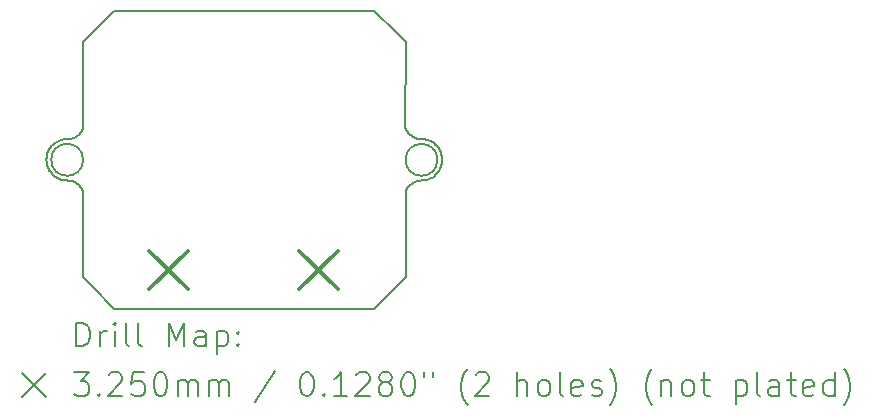
<source format=gbr>
%TF.GenerationSoftware,KiCad,Pcbnew,7.0.7*%
%TF.CreationDate,2023-10-04T16:56:19-06:00*%
%TF.ProjectId,GigE_Module,47696745-5f4d-46f6-9475-6c652e6b6963,rev?*%
%TF.SameCoordinates,Original*%
%TF.FileFunction,Drillmap*%
%TF.FilePolarity,Positive*%
%FSLAX45Y45*%
G04 Gerber Fmt 4.5, Leading zero omitted, Abs format (unit mm)*
G04 Created by KiCad (PCBNEW 7.0.7) date 2023-10-04 16:56:19*
%MOMM*%
%LPD*%
G01*
G04 APERTURE LIST*
%ADD10C,0.150000*%
%ADD11C,0.200000*%
%ADD12C,0.325000*%
G04 APERTURE END LIST*
D10*
X12996918Y-9678902D02*
X13006766Y-9680629D01*
X13041965Y-9312285D02*
X13032865Y-9316427D01*
X16007053Y-9330065D02*
X16016853Y-9332052D01*
X13101537Y-9748564D02*
X13106335Y-9757335D01*
X12986975Y-9677857D02*
X12996918Y-9678902D01*
X12810806Y-9556704D02*
X12814173Y-9566119D01*
X16054443Y-9345469D02*
X16063285Y-9350137D01*
X12967426Y-9677227D02*
X12976983Y-9677500D01*
X15844498Y-9241597D02*
X15848903Y-9250572D01*
X16152125Y-9507610D02*
X16151548Y-9517592D01*
X15986974Y-9677227D02*
X15977417Y-9677500D01*
X15928413Y-9686096D02*
X15919130Y-9689810D01*
X12827416Y-9592997D02*
X12832829Y-9601404D01*
X16079919Y-9644182D02*
X16071660Y-9649817D01*
X13113679Y-9232340D02*
X13112200Y-8507500D01*
X16151567Y-9487629D02*
X16152132Y-9497611D01*
X12947565Y-9674973D02*
X12957463Y-9676384D01*
X16126984Y-9592997D02*
X16121571Y-9601404D01*
X16140227Y-9566119D02*
X16136327Y-9575326D01*
X15840721Y-9232340D02*
X15844498Y-9241597D01*
X12858831Y-9373606D02*
X12851663Y-9380576D01*
X16102737Y-9380576D02*
X16109496Y-9387945D01*
X12851817Y-9624582D02*
X12858994Y-9631544D01*
X12814173Y-9566119D02*
X12818073Y-9575326D01*
X12927877Y-9334594D02*
X12918369Y-9337685D01*
X16121696Y-9403779D02*
X16127098Y-9412192D01*
X16026310Y-9670468D02*
X16016637Y-9672999D01*
X16095406Y-9631544D02*
X16087843Y-9638084D01*
X13023502Y-9319933D02*
X13013920Y-9322788D01*
X15957482Y-9678902D02*
X15947634Y-9680629D01*
X12803967Y-9477694D02*
X12802833Y-9487629D01*
X13074897Y-9289804D02*
X13067264Y-9296261D01*
X16150402Y-9527525D02*
X16148690Y-9537376D01*
X13096145Y-9740144D02*
X13101537Y-9748564D01*
X13100487Y-9259224D02*
X13094894Y-9267512D01*
X12947347Y-9330065D02*
X12937547Y-9332052D01*
X12928090Y-9670468D02*
X12937763Y-9672999D01*
X13025987Y-9686096D02*
X13035270Y-9689810D01*
X16088015Y-9367056D02*
X16095569Y-9373606D01*
X16006835Y-9674973D02*
X15996937Y-9676384D01*
X15940480Y-9322788D02*
X15950235Y-9324979D01*
X15870712Y-9724517D02*
X15864214Y-9732116D01*
X16127098Y-9412192D02*
X16132011Y-9420901D01*
X16136419Y-9429876D02*
X16140307Y-9439087D01*
X12807926Y-9458101D02*
X12805666Y-9467841D01*
X13090186Y-9732116D02*
X13096145Y-9740144D01*
X12818073Y-9575326D02*
X12822492Y-9584295D01*
X15848903Y-9250572D02*
X15853913Y-9259224D01*
X13105497Y-9250572D02*
X13100487Y-9259224D01*
X12900156Y-9659628D02*
X12909256Y-9663772D01*
X16080098Y-9360948D02*
X16088015Y-9367056D01*
X15967425Y-9677857D02*
X15957482Y-9678902D01*
X12874481Y-9644182D02*
X12882740Y-9649817D01*
X15842200Y-10497500D02*
X15767200Y-10572500D01*
X15895195Y-9302178D02*
X15903641Y-9307528D01*
X16115822Y-9395688D02*
X16121696Y-9403779D01*
X16115687Y-9609488D02*
X16109351Y-9617222D01*
X12937547Y-9332052D02*
X12927877Y-9334594D01*
X12984319Y-9327326D02*
X12977200Y-9327500D01*
X16146474Y-9458101D02*
X16148734Y-9467841D01*
X15872331Y-9282838D02*
X15879503Y-9289804D01*
X16109496Y-9387945D02*
X16115822Y-9395688D01*
X12957243Y-9328642D02*
X12947347Y-9330065D01*
X15853913Y-9259224D02*
X15859506Y-9267512D01*
X15910125Y-9694154D02*
X15901441Y-9699109D01*
X12805710Y-9537376D02*
X12807982Y-9547113D01*
X13187200Y-10572500D02*
X13377200Y-10762500D01*
X13052959Y-9699109D02*
X13061281Y-9704650D01*
X16140307Y-9439087D02*
X16143662Y-9448506D01*
X15852863Y-9748564D02*
X15848065Y-9757335D01*
X13076682Y-9717385D02*
X13083688Y-9724517D01*
X12899957Y-9345469D02*
X12891115Y-9350137D01*
X13377200Y-8242500D02*
X15397200Y-8242500D01*
X15977417Y-9677500D02*
X15977417Y-9677500D01*
X16132011Y-9420901D02*
X16136419Y-9429876D01*
X16045348Y-9341314D02*
X16054443Y-9345469D01*
X15879503Y-9289804D02*
X15887136Y-9296261D01*
X13013920Y-9322788D02*
X13004165Y-9324979D01*
X12891115Y-9350137D02*
X12882554Y-9355302D01*
X16016637Y-9672999D02*
X16006835Y-9674973D01*
X12858994Y-9631544D02*
X12866557Y-9638084D01*
X13032865Y-9316427D02*
X13023502Y-9319933D01*
X12802833Y-9487629D02*
X12802268Y-9497611D01*
X15842200Y-8507500D02*
X15767200Y-8432500D01*
X15877718Y-9717385D02*
X15870712Y-9724517D01*
X12967205Y-9327786D02*
X12957243Y-9328642D01*
X16148690Y-9537376D02*
X16146418Y-9547113D01*
X16148734Y-9467841D02*
X16150433Y-9477694D01*
X12838713Y-9609488D02*
X12845049Y-9617222D01*
X16109351Y-9617222D02*
X16102583Y-9624582D01*
X13110518Y-9766416D02*
X13112200Y-10497500D01*
X16136327Y-9575326D02*
X16131908Y-9584295D01*
X12807982Y-9547113D02*
X12810806Y-9556704D01*
X15919130Y-9689810D02*
X15910125Y-9694154D01*
X15864214Y-9732116D02*
X15858255Y-9740144D01*
X15977200Y-9327500D02*
X15987195Y-9327786D01*
X13016471Y-9683031D02*
X13025987Y-9686096D01*
X15930898Y-9319933D02*
X15940480Y-9322788D01*
X15996937Y-9676384D02*
X15986974Y-9677227D01*
X16095569Y-9373606D02*
X16102737Y-9380576D01*
X12805666Y-9467841D02*
X12803967Y-9477694D01*
X16121571Y-9601404D02*
X16115687Y-9609488D01*
X13004165Y-9324979D02*
X12994283Y-9326493D01*
X16063092Y-9654972D02*
X16054244Y-9659628D01*
X15767200Y-10572500D02*
X15577200Y-10762500D01*
X15960117Y-9326493D02*
X15970081Y-9327326D01*
X12866385Y-9367056D02*
X12858831Y-9373606D01*
X15840721Y-9232340D02*
X15842200Y-8507500D01*
X15885199Y-9710752D02*
X15877718Y-9717385D01*
X16146418Y-9547113D02*
X16143594Y-9556704D01*
X13044275Y-9694154D02*
X13052959Y-9699109D01*
X15901441Y-9699109D02*
X15893119Y-9704650D01*
X15997156Y-9328642D02*
X16007053Y-9330065D01*
X12909052Y-9341314D02*
X12899957Y-9345469D01*
X15893119Y-9704650D02*
X15885199Y-9710752D01*
X15912435Y-9312285D02*
X15921535Y-9316427D01*
X15977417Y-9677500D02*
X15967425Y-9677857D01*
X12803998Y-9527525D02*
X12805710Y-9537376D01*
X15767200Y-8432500D02*
X15577200Y-8242500D01*
X12802852Y-9517592D02*
X12803998Y-9527525D01*
X16102583Y-9624582D02*
X16095406Y-9631544D01*
X16036031Y-9337685D02*
X16045348Y-9341314D01*
X16035823Y-9667389D02*
X16026310Y-9670468D01*
X12810738Y-9448506D02*
X12807926Y-9458101D01*
X15887136Y-9296261D02*
X15895195Y-9302178D01*
X15970081Y-9327326D02*
X15977200Y-9327500D01*
X15921535Y-9316427D02*
X15930898Y-9319933D01*
X16131908Y-9584295D02*
X16126984Y-9592997D01*
X12814093Y-9439087D02*
X12810738Y-9448506D01*
X12845049Y-9617222D02*
X12851817Y-9624582D01*
X13082069Y-9282838D02*
X13074897Y-9289804D01*
X13113679Y-9232340D02*
X13109902Y-9241597D01*
X12957463Y-9676384D02*
X12967426Y-9677227D01*
X13059205Y-9302178D02*
X13050759Y-9307528D01*
X15577200Y-10762500D02*
X13377200Y-10762500D01*
X16063285Y-9350137D02*
X16071846Y-9355302D01*
X12891308Y-9654972D02*
X12900156Y-9659628D01*
X16071660Y-9649817D02*
X16063092Y-9654972D01*
X16151548Y-9517592D02*
X16150402Y-9527525D01*
D11*
X13112200Y-9502500D02*
G75*
G03*
X13112200Y-9502500I-135000J0D01*
G01*
D10*
X12832829Y-9601404D02*
X12838713Y-9609488D01*
X12822492Y-9584295D02*
X12827416Y-9592997D01*
X13109902Y-9241597D02*
X13105497Y-9250572D01*
X13050759Y-9307528D02*
X13041965Y-9312285D01*
X13067264Y-9296261D02*
X13059205Y-9302178D01*
X16054244Y-9659628D02*
X16045144Y-9663772D01*
X15865655Y-9275395D02*
X15872331Y-9282838D01*
X13112200Y-10497500D02*
X13187200Y-10572500D01*
X13187200Y-8432500D02*
X13377200Y-8242500D01*
X16071846Y-9355302D02*
X16080098Y-9360948D01*
X12937763Y-9672999D02*
X12947565Y-9674973D01*
X12994283Y-9326493D02*
X12984319Y-9327326D01*
X12802275Y-9507610D02*
X12802852Y-9517592D01*
X16143662Y-9448506D02*
X16146474Y-9458101D01*
X15903641Y-9307528D02*
X15912435Y-9312285D01*
X12882740Y-9649817D02*
X12891308Y-9654972D01*
X12909256Y-9663772D02*
X12918577Y-9667389D01*
X16087843Y-9638084D02*
X16079919Y-9644182D01*
X12976983Y-9677500D02*
X12986975Y-9677857D01*
X13006766Y-9680629D02*
X13016471Y-9683031D01*
X15859506Y-9267512D02*
X15865655Y-9275395D01*
X16016853Y-9332052D02*
X16026522Y-9334594D01*
X12827301Y-9412192D02*
X12822389Y-9420901D01*
X15947634Y-9680629D02*
X15937929Y-9683031D01*
X12918369Y-9337685D02*
X12909052Y-9341314D01*
X16045144Y-9663772D02*
X16035823Y-9667389D01*
X13112200Y-8507500D02*
X13187200Y-8432500D01*
X12851663Y-9380576D02*
X12844904Y-9387945D01*
X15937929Y-9683031D02*
X15928413Y-9686096D01*
X12874302Y-9360948D02*
X12866385Y-9367056D01*
X13061281Y-9704650D02*
X13069201Y-9710752D01*
X12918577Y-9667389D02*
X12928090Y-9670468D01*
X15577200Y-8242500D02*
X15397200Y-8242500D01*
X15858255Y-9740144D02*
X15852863Y-9748564D01*
X13094894Y-9267512D02*
X13088745Y-9275395D01*
X12977200Y-9327500D02*
X12967205Y-9327786D01*
X12882554Y-9355302D02*
X12874302Y-9360948D01*
X16150433Y-9477694D02*
X16151567Y-9487629D01*
X13106335Y-9757335D02*
X13110518Y-9766416D01*
X13035270Y-9689810D02*
X13044275Y-9694154D01*
X12802268Y-9497611D02*
X12802275Y-9507610D01*
X16026522Y-9334594D02*
X16036031Y-9337685D01*
X13088745Y-9275395D02*
X13082069Y-9282838D01*
X15950235Y-9324979D02*
X15960117Y-9326493D01*
X16143594Y-9556704D02*
X16140227Y-9566119D01*
X15843882Y-9766416D02*
X15842200Y-10497500D01*
X12832704Y-9403779D02*
X12827301Y-9412192D01*
X12866557Y-9638084D02*
X12874481Y-9644182D01*
X12844904Y-9387945D02*
X12838578Y-9395688D01*
X16152132Y-9497611D02*
X16152125Y-9507610D01*
D11*
X16112200Y-9502500D02*
G75*
G03*
X16112200Y-9502500I-135000J0D01*
G01*
D10*
X12838578Y-9395688D02*
X12832704Y-9403779D01*
X15987195Y-9327786D02*
X15997156Y-9328642D01*
X12817981Y-9429876D02*
X12814093Y-9439087D01*
X12822389Y-9420901D02*
X12817981Y-9429876D01*
X15848065Y-9757335D02*
X15843882Y-9766416D01*
X13069201Y-9710752D02*
X13076682Y-9717385D01*
X13083688Y-9724517D02*
X13090186Y-9732116D01*
D11*
D12*
X13673500Y-10272500D02*
X13998500Y-10597500D01*
X13998500Y-10272500D02*
X13673500Y-10597500D01*
X14943500Y-10272500D02*
X15268500Y-10597500D01*
X15268500Y-10272500D02*
X14943500Y-10597500D01*
D11*
X13055545Y-11081484D02*
X13055545Y-10881484D01*
X13055545Y-10881484D02*
X13103164Y-10881484D01*
X13103164Y-10881484D02*
X13131736Y-10891008D01*
X13131736Y-10891008D02*
X13150783Y-10910055D01*
X13150783Y-10910055D02*
X13160307Y-10929103D01*
X13160307Y-10929103D02*
X13169831Y-10967198D01*
X13169831Y-10967198D02*
X13169831Y-10995770D01*
X13169831Y-10995770D02*
X13160307Y-11033865D01*
X13160307Y-11033865D02*
X13150783Y-11052912D01*
X13150783Y-11052912D02*
X13131736Y-11071960D01*
X13131736Y-11071960D02*
X13103164Y-11081484D01*
X13103164Y-11081484D02*
X13055545Y-11081484D01*
X13255545Y-11081484D02*
X13255545Y-10948150D01*
X13255545Y-10986246D02*
X13265069Y-10967198D01*
X13265069Y-10967198D02*
X13274593Y-10957674D01*
X13274593Y-10957674D02*
X13293640Y-10948150D01*
X13293640Y-10948150D02*
X13312688Y-10948150D01*
X13379355Y-11081484D02*
X13379355Y-10948150D01*
X13379355Y-10881484D02*
X13369831Y-10891008D01*
X13369831Y-10891008D02*
X13379355Y-10900531D01*
X13379355Y-10900531D02*
X13388878Y-10891008D01*
X13388878Y-10891008D02*
X13379355Y-10881484D01*
X13379355Y-10881484D02*
X13379355Y-10900531D01*
X13503164Y-11081484D02*
X13484116Y-11071960D01*
X13484116Y-11071960D02*
X13474593Y-11052912D01*
X13474593Y-11052912D02*
X13474593Y-10881484D01*
X13607926Y-11081484D02*
X13588878Y-11071960D01*
X13588878Y-11071960D02*
X13579355Y-11052912D01*
X13579355Y-11052912D02*
X13579355Y-10881484D01*
X13836497Y-11081484D02*
X13836497Y-10881484D01*
X13836497Y-10881484D02*
X13903164Y-11024341D01*
X13903164Y-11024341D02*
X13969831Y-10881484D01*
X13969831Y-10881484D02*
X13969831Y-11081484D01*
X14150783Y-11081484D02*
X14150783Y-10976722D01*
X14150783Y-10976722D02*
X14141259Y-10957674D01*
X14141259Y-10957674D02*
X14122212Y-10948150D01*
X14122212Y-10948150D02*
X14084116Y-10948150D01*
X14084116Y-10948150D02*
X14065069Y-10957674D01*
X14150783Y-11071960D02*
X14131736Y-11081484D01*
X14131736Y-11081484D02*
X14084116Y-11081484D01*
X14084116Y-11081484D02*
X14065069Y-11071960D01*
X14065069Y-11071960D02*
X14055545Y-11052912D01*
X14055545Y-11052912D02*
X14055545Y-11033865D01*
X14055545Y-11033865D02*
X14065069Y-11014817D01*
X14065069Y-11014817D02*
X14084116Y-11005293D01*
X14084116Y-11005293D02*
X14131736Y-11005293D01*
X14131736Y-11005293D02*
X14150783Y-10995770D01*
X14246021Y-10948150D02*
X14246021Y-11148150D01*
X14246021Y-10957674D02*
X14265069Y-10948150D01*
X14265069Y-10948150D02*
X14303164Y-10948150D01*
X14303164Y-10948150D02*
X14322212Y-10957674D01*
X14322212Y-10957674D02*
X14331736Y-10967198D01*
X14331736Y-10967198D02*
X14341259Y-10986246D01*
X14341259Y-10986246D02*
X14341259Y-11043389D01*
X14341259Y-11043389D02*
X14331736Y-11062436D01*
X14331736Y-11062436D02*
X14322212Y-11071960D01*
X14322212Y-11071960D02*
X14303164Y-11081484D01*
X14303164Y-11081484D02*
X14265069Y-11081484D01*
X14265069Y-11081484D02*
X14246021Y-11071960D01*
X14426974Y-11062436D02*
X14436497Y-11071960D01*
X14436497Y-11071960D02*
X14426974Y-11081484D01*
X14426974Y-11081484D02*
X14417450Y-11071960D01*
X14417450Y-11071960D02*
X14426974Y-11062436D01*
X14426974Y-11062436D02*
X14426974Y-11081484D01*
X14426974Y-10957674D02*
X14436497Y-10967198D01*
X14436497Y-10967198D02*
X14426974Y-10976722D01*
X14426974Y-10976722D02*
X14417450Y-10967198D01*
X14417450Y-10967198D02*
X14426974Y-10957674D01*
X14426974Y-10957674D02*
X14426974Y-10976722D01*
X12594768Y-11310000D02*
X12794768Y-11510000D01*
X12794768Y-11310000D02*
X12594768Y-11510000D01*
X13036497Y-11301484D02*
X13160307Y-11301484D01*
X13160307Y-11301484D02*
X13093640Y-11377674D01*
X13093640Y-11377674D02*
X13122212Y-11377674D01*
X13122212Y-11377674D02*
X13141259Y-11387198D01*
X13141259Y-11387198D02*
X13150783Y-11396722D01*
X13150783Y-11396722D02*
X13160307Y-11415769D01*
X13160307Y-11415769D02*
X13160307Y-11463388D01*
X13160307Y-11463388D02*
X13150783Y-11482436D01*
X13150783Y-11482436D02*
X13141259Y-11491960D01*
X13141259Y-11491960D02*
X13122212Y-11501484D01*
X13122212Y-11501484D02*
X13065069Y-11501484D01*
X13065069Y-11501484D02*
X13046021Y-11491960D01*
X13046021Y-11491960D02*
X13036497Y-11482436D01*
X13246021Y-11482436D02*
X13255545Y-11491960D01*
X13255545Y-11491960D02*
X13246021Y-11501484D01*
X13246021Y-11501484D02*
X13236497Y-11491960D01*
X13236497Y-11491960D02*
X13246021Y-11482436D01*
X13246021Y-11482436D02*
X13246021Y-11501484D01*
X13331736Y-11320531D02*
X13341259Y-11311008D01*
X13341259Y-11311008D02*
X13360307Y-11301484D01*
X13360307Y-11301484D02*
X13407926Y-11301484D01*
X13407926Y-11301484D02*
X13426974Y-11311008D01*
X13426974Y-11311008D02*
X13436497Y-11320531D01*
X13436497Y-11320531D02*
X13446021Y-11339579D01*
X13446021Y-11339579D02*
X13446021Y-11358627D01*
X13446021Y-11358627D02*
X13436497Y-11387198D01*
X13436497Y-11387198D02*
X13322212Y-11501484D01*
X13322212Y-11501484D02*
X13446021Y-11501484D01*
X13626974Y-11301484D02*
X13531736Y-11301484D01*
X13531736Y-11301484D02*
X13522212Y-11396722D01*
X13522212Y-11396722D02*
X13531736Y-11387198D01*
X13531736Y-11387198D02*
X13550783Y-11377674D01*
X13550783Y-11377674D02*
X13598402Y-11377674D01*
X13598402Y-11377674D02*
X13617450Y-11387198D01*
X13617450Y-11387198D02*
X13626974Y-11396722D01*
X13626974Y-11396722D02*
X13636497Y-11415769D01*
X13636497Y-11415769D02*
X13636497Y-11463388D01*
X13636497Y-11463388D02*
X13626974Y-11482436D01*
X13626974Y-11482436D02*
X13617450Y-11491960D01*
X13617450Y-11491960D02*
X13598402Y-11501484D01*
X13598402Y-11501484D02*
X13550783Y-11501484D01*
X13550783Y-11501484D02*
X13531736Y-11491960D01*
X13531736Y-11491960D02*
X13522212Y-11482436D01*
X13760307Y-11301484D02*
X13779355Y-11301484D01*
X13779355Y-11301484D02*
X13798402Y-11311008D01*
X13798402Y-11311008D02*
X13807926Y-11320531D01*
X13807926Y-11320531D02*
X13817450Y-11339579D01*
X13817450Y-11339579D02*
X13826974Y-11377674D01*
X13826974Y-11377674D02*
X13826974Y-11425293D01*
X13826974Y-11425293D02*
X13817450Y-11463388D01*
X13817450Y-11463388D02*
X13807926Y-11482436D01*
X13807926Y-11482436D02*
X13798402Y-11491960D01*
X13798402Y-11491960D02*
X13779355Y-11501484D01*
X13779355Y-11501484D02*
X13760307Y-11501484D01*
X13760307Y-11501484D02*
X13741259Y-11491960D01*
X13741259Y-11491960D02*
X13731736Y-11482436D01*
X13731736Y-11482436D02*
X13722212Y-11463388D01*
X13722212Y-11463388D02*
X13712688Y-11425293D01*
X13712688Y-11425293D02*
X13712688Y-11377674D01*
X13712688Y-11377674D02*
X13722212Y-11339579D01*
X13722212Y-11339579D02*
X13731736Y-11320531D01*
X13731736Y-11320531D02*
X13741259Y-11311008D01*
X13741259Y-11311008D02*
X13760307Y-11301484D01*
X13912688Y-11501484D02*
X13912688Y-11368150D01*
X13912688Y-11387198D02*
X13922212Y-11377674D01*
X13922212Y-11377674D02*
X13941259Y-11368150D01*
X13941259Y-11368150D02*
X13969831Y-11368150D01*
X13969831Y-11368150D02*
X13988878Y-11377674D01*
X13988878Y-11377674D02*
X13998402Y-11396722D01*
X13998402Y-11396722D02*
X13998402Y-11501484D01*
X13998402Y-11396722D02*
X14007926Y-11377674D01*
X14007926Y-11377674D02*
X14026974Y-11368150D01*
X14026974Y-11368150D02*
X14055545Y-11368150D01*
X14055545Y-11368150D02*
X14074593Y-11377674D01*
X14074593Y-11377674D02*
X14084117Y-11396722D01*
X14084117Y-11396722D02*
X14084117Y-11501484D01*
X14179355Y-11501484D02*
X14179355Y-11368150D01*
X14179355Y-11387198D02*
X14188878Y-11377674D01*
X14188878Y-11377674D02*
X14207926Y-11368150D01*
X14207926Y-11368150D02*
X14236498Y-11368150D01*
X14236498Y-11368150D02*
X14255545Y-11377674D01*
X14255545Y-11377674D02*
X14265069Y-11396722D01*
X14265069Y-11396722D02*
X14265069Y-11501484D01*
X14265069Y-11396722D02*
X14274593Y-11377674D01*
X14274593Y-11377674D02*
X14293640Y-11368150D01*
X14293640Y-11368150D02*
X14322212Y-11368150D01*
X14322212Y-11368150D02*
X14341259Y-11377674D01*
X14341259Y-11377674D02*
X14350783Y-11396722D01*
X14350783Y-11396722D02*
X14350783Y-11501484D01*
X14741259Y-11291960D02*
X14569831Y-11549103D01*
X14998402Y-11301484D02*
X15017450Y-11301484D01*
X15017450Y-11301484D02*
X15036498Y-11311008D01*
X15036498Y-11311008D02*
X15046021Y-11320531D01*
X15046021Y-11320531D02*
X15055545Y-11339579D01*
X15055545Y-11339579D02*
X15065069Y-11377674D01*
X15065069Y-11377674D02*
X15065069Y-11425293D01*
X15065069Y-11425293D02*
X15055545Y-11463388D01*
X15055545Y-11463388D02*
X15046021Y-11482436D01*
X15046021Y-11482436D02*
X15036498Y-11491960D01*
X15036498Y-11491960D02*
X15017450Y-11501484D01*
X15017450Y-11501484D02*
X14998402Y-11501484D01*
X14998402Y-11501484D02*
X14979355Y-11491960D01*
X14979355Y-11491960D02*
X14969831Y-11482436D01*
X14969831Y-11482436D02*
X14960307Y-11463388D01*
X14960307Y-11463388D02*
X14950783Y-11425293D01*
X14950783Y-11425293D02*
X14950783Y-11377674D01*
X14950783Y-11377674D02*
X14960307Y-11339579D01*
X14960307Y-11339579D02*
X14969831Y-11320531D01*
X14969831Y-11320531D02*
X14979355Y-11311008D01*
X14979355Y-11311008D02*
X14998402Y-11301484D01*
X15150783Y-11482436D02*
X15160307Y-11491960D01*
X15160307Y-11491960D02*
X15150783Y-11501484D01*
X15150783Y-11501484D02*
X15141260Y-11491960D01*
X15141260Y-11491960D02*
X15150783Y-11482436D01*
X15150783Y-11482436D02*
X15150783Y-11501484D01*
X15350783Y-11501484D02*
X15236498Y-11501484D01*
X15293640Y-11501484D02*
X15293640Y-11301484D01*
X15293640Y-11301484D02*
X15274593Y-11330055D01*
X15274593Y-11330055D02*
X15255545Y-11349103D01*
X15255545Y-11349103D02*
X15236498Y-11358627D01*
X15426974Y-11320531D02*
X15436498Y-11311008D01*
X15436498Y-11311008D02*
X15455545Y-11301484D01*
X15455545Y-11301484D02*
X15503164Y-11301484D01*
X15503164Y-11301484D02*
X15522212Y-11311008D01*
X15522212Y-11311008D02*
X15531736Y-11320531D01*
X15531736Y-11320531D02*
X15541260Y-11339579D01*
X15541260Y-11339579D02*
X15541260Y-11358627D01*
X15541260Y-11358627D02*
X15531736Y-11387198D01*
X15531736Y-11387198D02*
X15417450Y-11501484D01*
X15417450Y-11501484D02*
X15541260Y-11501484D01*
X15655545Y-11387198D02*
X15636498Y-11377674D01*
X15636498Y-11377674D02*
X15626974Y-11368150D01*
X15626974Y-11368150D02*
X15617450Y-11349103D01*
X15617450Y-11349103D02*
X15617450Y-11339579D01*
X15617450Y-11339579D02*
X15626974Y-11320531D01*
X15626974Y-11320531D02*
X15636498Y-11311008D01*
X15636498Y-11311008D02*
X15655545Y-11301484D01*
X15655545Y-11301484D02*
X15693641Y-11301484D01*
X15693641Y-11301484D02*
X15712688Y-11311008D01*
X15712688Y-11311008D02*
X15722212Y-11320531D01*
X15722212Y-11320531D02*
X15731736Y-11339579D01*
X15731736Y-11339579D02*
X15731736Y-11349103D01*
X15731736Y-11349103D02*
X15722212Y-11368150D01*
X15722212Y-11368150D02*
X15712688Y-11377674D01*
X15712688Y-11377674D02*
X15693641Y-11387198D01*
X15693641Y-11387198D02*
X15655545Y-11387198D01*
X15655545Y-11387198D02*
X15636498Y-11396722D01*
X15636498Y-11396722D02*
X15626974Y-11406246D01*
X15626974Y-11406246D02*
X15617450Y-11425293D01*
X15617450Y-11425293D02*
X15617450Y-11463388D01*
X15617450Y-11463388D02*
X15626974Y-11482436D01*
X15626974Y-11482436D02*
X15636498Y-11491960D01*
X15636498Y-11491960D02*
X15655545Y-11501484D01*
X15655545Y-11501484D02*
X15693641Y-11501484D01*
X15693641Y-11501484D02*
X15712688Y-11491960D01*
X15712688Y-11491960D02*
X15722212Y-11482436D01*
X15722212Y-11482436D02*
X15731736Y-11463388D01*
X15731736Y-11463388D02*
X15731736Y-11425293D01*
X15731736Y-11425293D02*
X15722212Y-11406246D01*
X15722212Y-11406246D02*
X15712688Y-11396722D01*
X15712688Y-11396722D02*
X15693641Y-11387198D01*
X15855545Y-11301484D02*
X15874593Y-11301484D01*
X15874593Y-11301484D02*
X15893641Y-11311008D01*
X15893641Y-11311008D02*
X15903164Y-11320531D01*
X15903164Y-11320531D02*
X15912688Y-11339579D01*
X15912688Y-11339579D02*
X15922212Y-11377674D01*
X15922212Y-11377674D02*
X15922212Y-11425293D01*
X15922212Y-11425293D02*
X15912688Y-11463388D01*
X15912688Y-11463388D02*
X15903164Y-11482436D01*
X15903164Y-11482436D02*
X15893641Y-11491960D01*
X15893641Y-11491960D02*
X15874593Y-11501484D01*
X15874593Y-11501484D02*
X15855545Y-11501484D01*
X15855545Y-11501484D02*
X15836498Y-11491960D01*
X15836498Y-11491960D02*
X15826974Y-11482436D01*
X15826974Y-11482436D02*
X15817450Y-11463388D01*
X15817450Y-11463388D02*
X15807926Y-11425293D01*
X15807926Y-11425293D02*
X15807926Y-11377674D01*
X15807926Y-11377674D02*
X15817450Y-11339579D01*
X15817450Y-11339579D02*
X15826974Y-11320531D01*
X15826974Y-11320531D02*
X15836498Y-11311008D01*
X15836498Y-11311008D02*
X15855545Y-11301484D01*
X15998402Y-11301484D02*
X15998402Y-11339579D01*
X16074593Y-11301484D02*
X16074593Y-11339579D01*
X16369831Y-11577674D02*
X16360307Y-11568150D01*
X16360307Y-11568150D02*
X16341260Y-11539579D01*
X16341260Y-11539579D02*
X16331736Y-11520531D01*
X16331736Y-11520531D02*
X16322212Y-11491960D01*
X16322212Y-11491960D02*
X16312688Y-11444341D01*
X16312688Y-11444341D02*
X16312688Y-11406246D01*
X16312688Y-11406246D02*
X16322212Y-11358627D01*
X16322212Y-11358627D02*
X16331736Y-11330055D01*
X16331736Y-11330055D02*
X16341260Y-11311008D01*
X16341260Y-11311008D02*
X16360307Y-11282436D01*
X16360307Y-11282436D02*
X16369831Y-11272912D01*
X16436498Y-11320531D02*
X16446022Y-11311008D01*
X16446022Y-11311008D02*
X16465069Y-11301484D01*
X16465069Y-11301484D02*
X16512688Y-11301484D01*
X16512688Y-11301484D02*
X16531736Y-11311008D01*
X16531736Y-11311008D02*
X16541260Y-11320531D01*
X16541260Y-11320531D02*
X16550783Y-11339579D01*
X16550783Y-11339579D02*
X16550783Y-11358627D01*
X16550783Y-11358627D02*
X16541260Y-11387198D01*
X16541260Y-11387198D02*
X16426974Y-11501484D01*
X16426974Y-11501484D02*
X16550783Y-11501484D01*
X16788879Y-11501484D02*
X16788879Y-11301484D01*
X16874593Y-11501484D02*
X16874593Y-11396722D01*
X16874593Y-11396722D02*
X16865069Y-11377674D01*
X16865069Y-11377674D02*
X16846022Y-11368150D01*
X16846022Y-11368150D02*
X16817450Y-11368150D01*
X16817450Y-11368150D02*
X16798403Y-11377674D01*
X16798403Y-11377674D02*
X16788879Y-11387198D01*
X16998403Y-11501484D02*
X16979355Y-11491960D01*
X16979355Y-11491960D02*
X16969831Y-11482436D01*
X16969831Y-11482436D02*
X16960307Y-11463388D01*
X16960307Y-11463388D02*
X16960307Y-11406246D01*
X16960307Y-11406246D02*
X16969831Y-11387198D01*
X16969831Y-11387198D02*
X16979355Y-11377674D01*
X16979355Y-11377674D02*
X16998403Y-11368150D01*
X16998403Y-11368150D02*
X17026974Y-11368150D01*
X17026974Y-11368150D02*
X17046022Y-11377674D01*
X17046022Y-11377674D02*
X17055546Y-11387198D01*
X17055546Y-11387198D02*
X17065069Y-11406246D01*
X17065069Y-11406246D02*
X17065069Y-11463388D01*
X17065069Y-11463388D02*
X17055546Y-11482436D01*
X17055546Y-11482436D02*
X17046022Y-11491960D01*
X17046022Y-11491960D02*
X17026974Y-11501484D01*
X17026974Y-11501484D02*
X16998403Y-11501484D01*
X17179355Y-11501484D02*
X17160307Y-11491960D01*
X17160307Y-11491960D02*
X17150784Y-11472912D01*
X17150784Y-11472912D02*
X17150784Y-11301484D01*
X17331736Y-11491960D02*
X17312688Y-11501484D01*
X17312688Y-11501484D02*
X17274593Y-11501484D01*
X17274593Y-11501484D02*
X17255546Y-11491960D01*
X17255546Y-11491960D02*
X17246022Y-11472912D01*
X17246022Y-11472912D02*
X17246022Y-11396722D01*
X17246022Y-11396722D02*
X17255546Y-11377674D01*
X17255546Y-11377674D02*
X17274593Y-11368150D01*
X17274593Y-11368150D02*
X17312688Y-11368150D01*
X17312688Y-11368150D02*
X17331736Y-11377674D01*
X17331736Y-11377674D02*
X17341260Y-11396722D01*
X17341260Y-11396722D02*
X17341260Y-11415769D01*
X17341260Y-11415769D02*
X17246022Y-11434817D01*
X17417450Y-11491960D02*
X17436498Y-11501484D01*
X17436498Y-11501484D02*
X17474593Y-11501484D01*
X17474593Y-11501484D02*
X17493641Y-11491960D01*
X17493641Y-11491960D02*
X17503165Y-11472912D01*
X17503165Y-11472912D02*
X17503165Y-11463388D01*
X17503165Y-11463388D02*
X17493641Y-11444341D01*
X17493641Y-11444341D02*
X17474593Y-11434817D01*
X17474593Y-11434817D02*
X17446022Y-11434817D01*
X17446022Y-11434817D02*
X17426974Y-11425293D01*
X17426974Y-11425293D02*
X17417450Y-11406246D01*
X17417450Y-11406246D02*
X17417450Y-11396722D01*
X17417450Y-11396722D02*
X17426974Y-11377674D01*
X17426974Y-11377674D02*
X17446022Y-11368150D01*
X17446022Y-11368150D02*
X17474593Y-11368150D01*
X17474593Y-11368150D02*
X17493641Y-11377674D01*
X17569831Y-11577674D02*
X17579355Y-11568150D01*
X17579355Y-11568150D02*
X17598403Y-11539579D01*
X17598403Y-11539579D02*
X17607927Y-11520531D01*
X17607927Y-11520531D02*
X17617450Y-11491960D01*
X17617450Y-11491960D02*
X17626974Y-11444341D01*
X17626974Y-11444341D02*
X17626974Y-11406246D01*
X17626974Y-11406246D02*
X17617450Y-11358627D01*
X17617450Y-11358627D02*
X17607927Y-11330055D01*
X17607927Y-11330055D02*
X17598403Y-11311008D01*
X17598403Y-11311008D02*
X17579355Y-11282436D01*
X17579355Y-11282436D02*
X17569831Y-11272912D01*
X17931736Y-11577674D02*
X17922212Y-11568150D01*
X17922212Y-11568150D02*
X17903165Y-11539579D01*
X17903165Y-11539579D02*
X17893641Y-11520531D01*
X17893641Y-11520531D02*
X17884117Y-11491960D01*
X17884117Y-11491960D02*
X17874593Y-11444341D01*
X17874593Y-11444341D02*
X17874593Y-11406246D01*
X17874593Y-11406246D02*
X17884117Y-11358627D01*
X17884117Y-11358627D02*
X17893641Y-11330055D01*
X17893641Y-11330055D02*
X17903165Y-11311008D01*
X17903165Y-11311008D02*
X17922212Y-11282436D01*
X17922212Y-11282436D02*
X17931736Y-11272912D01*
X18007927Y-11368150D02*
X18007927Y-11501484D01*
X18007927Y-11387198D02*
X18017450Y-11377674D01*
X18017450Y-11377674D02*
X18036498Y-11368150D01*
X18036498Y-11368150D02*
X18065069Y-11368150D01*
X18065069Y-11368150D02*
X18084117Y-11377674D01*
X18084117Y-11377674D02*
X18093641Y-11396722D01*
X18093641Y-11396722D02*
X18093641Y-11501484D01*
X18217450Y-11501484D02*
X18198403Y-11491960D01*
X18198403Y-11491960D02*
X18188879Y-11482436D01*
X18188879Y-11482436D02*
X18179355Y-11463388D01*
X18179355Y-11463388D02*
X18179355Y-11406246D01*
X18179355Y-11406246D02*
X18188879Y-11387198D01*
X18188879Y-11387198D02*
X18198403Y-11377674D01*
X18198403Y-11377674D02*
X18217450Y-11368150D01*
X18217450Y-11368150D02*
X18246022Y-11368150D01*
X18246022Y-11368150D02*
X18265069Y-11377674D01*
X18265069Y-11377674D02*
X18274593Y-11387198D01*
X18274593Y-11387198D02*
X18284117Y-11406246D01*
X18284117Y-11406246D02*
X18284117Y-11463388D01*
X18284117Y-11463388D02*
X18274593Y-11482436D01*
X18274593Y-11482436D02*
X18265069Y-11491960D01*
X18265069Y-11491960D02*
X18246022Y-11501484D01*
X18246022Y-11501484D02*
X18217450Y-11501484D01*
X18341260Y-11368150D02*
X18417450Y-11368150D01*
X18369831Y-11301484D02*
X18369831Y-11472912D01*
X18369831Y-11472912D02*
X18379355Y-11491960D01*
X18379355Y-11491960D02*
X18398403Y-11501484D01*
X18398403Y-11501484D02*
X18417450Y-11501484D01*
X18636498Y-11368150D02*
X18636498Y-11568150D01*
X18636498Y-11377674D02*
X18655546Y-11368150D01*
X18655546Y-11368150D02*
X18693641Y-11368150D01*
X18693641Y-11368150D02*
X18712689Y-11377674D01*
X18712689Y-11377674D02*
X18722212Y-11387198D01*
X18722212Y-11387198D02*
X18731736Y-11406246D01*
X18731736Y-11406246D02*
X18731736Y-11463388D01*
X18731736Y-11463388D02*
X18722212Y-11482436D01*
X18722212Y-11482436D02*
X18712689Y-11491960D01*
X18712689Y-11491960D02*
X18693641Y-11501484D01*
X18693641Y-11501484D02*
X18655546Y-11501484D01*
X18655546Y-11501484D02*
X18636498Y-11491960D01*
X18846022Y-11501484D02*
X18826974Y-11491960D01*
X18826974Y-11491960D02*
X18817450Y-11472912D01*
X18817450Y-11472912D02*
X18817450Y-11301484D01*
X19007927Y-11501484D02*
X19007927Y-11396722D01*
X19007927Y-11396722D02*
X18998403Y-11377674D01*
X18998403Y-11377674D02*
X18979355Y-11368150D01*
X18979355Y-11368150D02*
X18941260Y-11368150D01*
X18941260Y-11368150D02*
X18922212Y-11377674D01*
X19007927Y-11491960D02*
X18988879Y-11501484D01*
X18988879Y-11501484D02*
X18941260Y-11501484D01*
X18941260Y-11501484D02*
X18922212Y-11491960D01*
X18922212Y-11491960D02*
X18912689Y-11472912D01*
X18912689Y-11472912D02*
X18912689Y-11453865D01*
X18912689Y-11453865D02*
X18922212Y-11434817D01*
X18922212Y-11434817D02*
X18941260Y-11425293D01*
X18941260Y-11425293D02*
X18988879Y-11425293D01*
X18988879Y-11425293D02*
X19007927Y-11415769D01*
X19074593Y-11368150D02*
X19150784Y-11368150D01*
X19103165Y-11301484D02*
X19103165Y-11472912D01*
X19103165Y-11472912D02*
X19112689Y-11491960D01*
X19112689Y-11491960D02*
X19131736Y-11501484D01*
X19131736Y-11501484D02*
X19150784Y-11501484D01*
X19293641Y-11491960D02*
X19274593Y-11501484D01*
X19274593Y-11501484D02*
X19236498Y-11501484D01*
X19236498Y-11501484D02*
X19217450Y-11491960D01*
X19217450Y-11491960D02*
X19207927Y-11472912D01*
X19207927Y-11472912D02*
X19207927Y-11396722D01*
X19207927Y-11396722D02*
X19217450Y-11377674D01*
X19217450Y-11377674D02*
X19236498Y-11368150D01*
X19236498Y-11368150D02*
X19274593Y-11368150D01*
X19274593Y-11368150D02*
X19293641Y-11377674D01*
X19293641Y-11377674D02*
X19303165Y-11396722D01*
X19303165Y-11396722D02*
X19303165Y-11415769D01*
X19303165Y-11415769D02*
X19207927Y-11434817D01*
X19474593Y-11501484D02*
X19474593Y-11301484D01*
X19474593Y-11491960D02*
X19455546Y-11501484D01*
X19455546Y-11501484D02*
X19417450Y-11501484D01*
X19417450Y-11501484D02*
X19398403Y-11491960D01*
X19398403Y-11491960D02*
X19388879Y-11482436D01*
X19388879Y-11482436D02*
X19379355Y-11463388D01*
X19379355Y-11463388D02*
X19379355Y-11406246D01*
X19379355Y-11406246D02*
X19388879Y-11387198D01*
X19388879Y-11387198D02*
X19398403Y-11377674D01*
X19398403Y-11377674D02*
X19417450Y-11368150D01*
X19417450Y-11368150D02*
X19455546Y-11368150D01*
X19455546Y-11368150D02*
X19474593Y-11377674D01*
X19550784Y-11577674D02*
X19560308Y-11568150D01*
X19560308Y-11568150D02*
X19579355Y-11539579D01*
X19579355Y-11539579D02*
X19588879Y-11520531D01*
X19588879Y-11520531D02*
X19598403Y-11491960D01*
X19598403Y-11491960D02*
X19607927Y-11444341D01*
X19607927Y-11444341D02*
X19607927Y-11406246D01*
X19607927Y-11406246D02*
X19598403Y-11358627D01*
X19598403Y-11358627D02*
X19588879Y-11330055D01*
X19588879Y-11330055D02*
X19579355Y-11311008D01*
X19579355Y-11311008D02*
X19560308Y-11282436D01*
X19560308Y-11282436D02*
X19550784Y-11272912D01*
M02*

</source>
